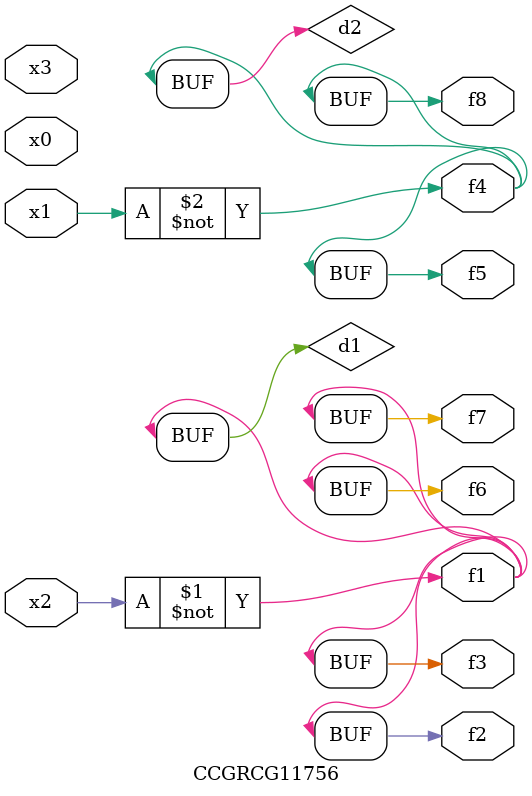
<source format=v>
module CCGRCG11756(
	input x0, x1, x2, x3,
	output f1, f2, f3, f4, f5, f6, f7, f8
);

	wire d1, d2;

	xnor (d1, x2);
	not (d2, x1);
	assign f1 = d1;
	assign f2 = d1;
	assign f3 = d1;
	assign f4 = d2;
	assign f5 = d2;
	assign f6 = d1;
	assign f7 = d1;
	assign f8 = d2;
endmodule

</source>
